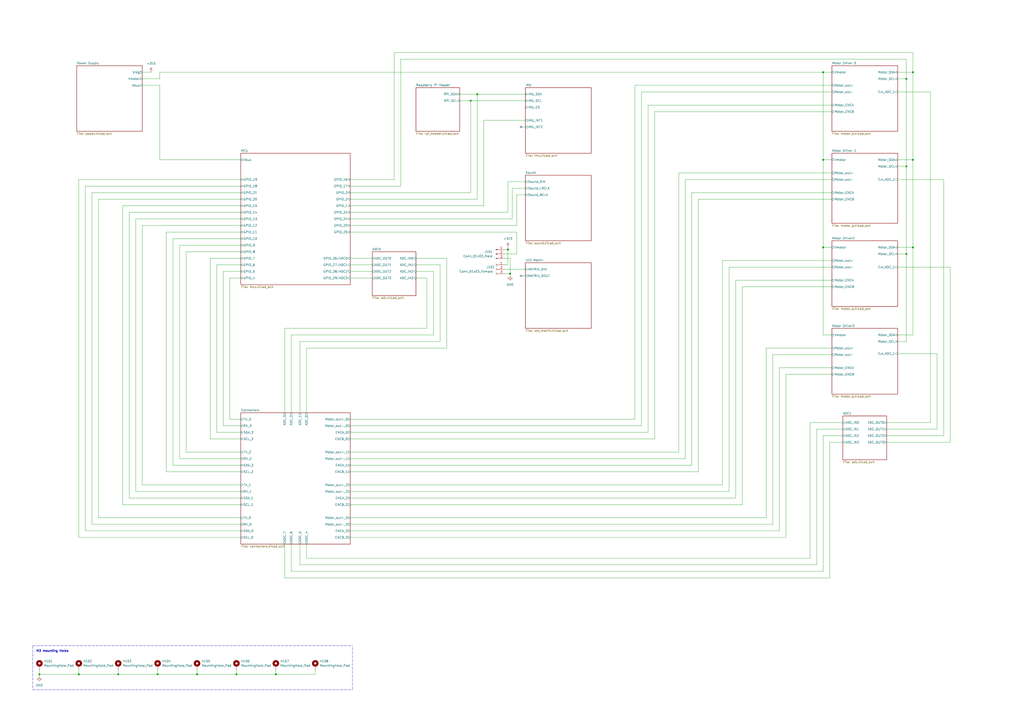
<source format=kicad_sch>
(kicad_sch (version 20211123) (generator eeschema)
  (paper "A2")
  (title_block (title "Thesis Proyect Luis Ernesto Fdez") (date "2022-03-17") (rev "A") (company "Universidad Autónoma de Querétaro") (comment 1 "external sensors and LEGO mechanical construction elements as educational equipment.") (comment 2 "Design implemets a replacement for the LEGO Mindstorms robot controllers for use with") (comment 3 "Distributed Open-source as: CC BY-SA 4.0"))
  (lib_symbols
    (symbol "Connector:Conn_01x03_Female" (pin_names (offset 1.016) hide)
      (property "Reference" "J" (at 0 5.08 0))
      (property "Value" "Conn_01x03_Female" (at 0 -5.08 0))
      (symbol "Conn_01x03_Female_1_1"
        (arc (start 0 -2.032) (mid -0.508 -2.54) (end 0 -3.048) (stroke (width 0.1524)))
        (polyline (pts (xy -1.27 -2.54) (xy -0.508 -2.54)) (stroke (width 0.1524)))
        (polyline (pts (xy -1.27 0) (xy -0.508 0)) (stroke (width 0.1524)))
        (polyline (pts (xy -1.27 2.54) (xy -0.508 2.54)) (stroke (width 0.1524)))
        (arc (start 0 0.508) (mid -0.508 0) (end 0 -0.508) (stroke (width 0.1524)))
        (arc (start 0 3.048) (mid -0.508 2.54) (end 0 2.032) (stroke (width 0.1524)))
        (pin passive line (at -5.08 2.54 0) (length 3.81) (name "Pin_1") (number "1"))
        (pin passive line (at -5.08 0 0) (length 3.81) (name "Pin_2") (number "2"))
        (pin passive line (at -5.08 -2.54 0) (length 3.81) (name "Pin_3") (number "3"))
      )
    )
    (symbol "Connector:Conn_01x03_Male" (pin_names (offset 1.016) hide)
      (property "Reference" "J" (at 0 5.08 0))
      (property "Value" "Conn_01x03_Male" (at 0 -5.08 0))
      (symbol "Conn_01x03_Male_1_1"
        (polyline (pts (xy 1.27 -2.54) (xy 0.8636 -2.54)) (stroke (width 0.1524)))
        (polyline (pts (xy 1.27 0) (xy 0.8636 0)) (stroke (width 0.1524)))
        (polyline (pts (xy 1.27 2.54) (xy 0.8636 2.54)) (stroke (width 0.1524)))
        (rectangle (start 0.8636 -2.413) (end 0 -2.667) (stroke (width 0.1524)) (fill (type outline)))
        (rectangle (start 0.8636 0.127) (end 0 -0.127) (stroke (width 0.1524)) (fill (type outline)))
        (rectangle (start 0.8636 2.667) (end 0 2.413) (stroke (width 0.1524)) (fill (type outline)))
        (pin passive line (at 5.08 2.54 180) (length 3.81) (name "Pin_1") (number "1"))
        (pin passive line (at 5.08 0 180) (length 3.81) (name "Pin_2") (number "2"))
        (pin passive line (at 5.08 -2.54 180) (length 3.81) (name "Pin_3") (number "3"))
      )
    )
    (symbol "Mechanical:MountingHole_Pad" (pin_numbers hide) (pin_names (offset 1.016) hide)
      (property "Reference" "H" (at 0 6.35 0))
      (property "Value" "MountingHole_Pad" (at 0 4.445 0))
      (symbol "MountingHole_Pad_0_1"
        (circle (center 0 1.27) (radius 1.27) (stroke (width 1.27)))
      )
      (symbol "MountingHole_Pad_1_1"
        (pin input line (at 0 -2.54 90) (length 2.54) (name "1") (number "1"))
      )
    )
    (symbol "power:+3.3V" (power) (pin_names (offset 0))
      (property "Value" "+3.3V" (at 0 3.556 0))
      (symbol "+3.3V_0_1"
        (polyline (pts (xy -0.762 1.27) (xy 0 2.54)))
        (polyline (pts (xy 0 0) (xy 0 2.54)))
        (polyline (pts (xy 0 2.54) (xy 0.762 1.27)))
      )
      (symbol "+3.3V_1_1"
        (pin power_in line (at 0 0 90) (length 0) hide (name "+3V3") (number "1"))
      )
    )
    (symbol "power:GND" (power) (pin_names (offset 0))
      (property "Value" "GND" (at 0 -3.81 0))
      (symbol "GND_0_1"
        (polyline (pts (xy 0 0) (xy 0 -1.27) (xy 1.27 -1.27) (xy 0 -2.54) (xy -1.27 -1.27) (xy 0 -1.27)))
      )
      (symbol "GND_1_1"
        (pin power_in line (at 0 0 270) (length 0) hide (name "GND") (number "1"))
      )
    )
  )
  (junction (at 525.78 147.32))
  (junction (at 295.91 158.75))
  (junction (at 477.52 41.91))
  (junction (at 525.78 45.72))
  (junction (at 529.59 143.51))
  (junction (at 276.86 54.61))
  (junction (at 273.05 58.42))
  (junction (at 45.72 391.16))
  (junction (at 477.52 92.71))
  (junction (at 529.59 92.71))
  (junction (at 68.58 391.16))
  (junction (at 22.86 391.16))
  (junction (at 137.16 391.16))
  (junction (at 160.02 391.16))
  (junction (at 525.78 96.52))
  (junction (at 294.64 144.78))
  (junction (at 91.44 391.16))
  (junction (at 114.3 391.16))
  (junction (at 477.52 143.51))
  (junction (at 529.59 41.91))
  (no_connect (at 302.26 73.66))
  (no_connect (at 302.26 160.02))
  (wire (pts (xy 292.735 149.86) (xy 295.91 149.86)))
  (wire (pts (xy 133.35 243.205) (xy 139.7 243.205)))
  (wire (pts (xy 477.52 194.31) (xy 482.6 194.31)))
  (wire (pts (xy 139.7 149.86) (xy 121.92 149.86)))
  (wire (pts (xy 232.41 34.29) (xy 525.78 34.29)))
  (wire (pts (xy 452.12 213.36) (xy 482.6 213.36)))
  (wire (pts (xy 266.7 58.42) (xy 273.05 58.42)))
  (wire (pts (xy 368.3 243.205) (xy 368.3 49.53)))
  (wire (pts (xy 488.95 245.11) (xy 469.9 245.11)))
  (wire (pts (xy 74.93 123.19) (xy 139.7 123.19)))
  (wire (pts (xy 525.78 45.72) (xy 520.7 45.72)))
  (wire (pts (xy 455.93 311.785) (xy 455.93 217.17)))
  (wire (pts (xy 203.2 115.57) (xy 276.86 115.57)))
  (wire (pts (xy 203.2 292.735) (xy 430.53 292.735)))
  (wire (pts (xy 139.7 111.76) (xy 53.34 111.76)))
  (wire (pts (xy 368.3 49.53) (xy 482.6 49.53)))
  (wire (pts (xy 82.55 130.81) (xy 82.55 281.305)))
  (wire (pts (xy 228.6 30.48) (xy 529.59 30.48)))
  (wire (pts (xy 401.32 111.76) (xy 482.6 111.76)))
  (wire (pts (xy 104.14 142.24) (xy 104.14 266.065)))
  (wire (pts (xy 444.5 201.93) (xy 482.6 201.93)))
  (wire (pts (xy 165.1 335.28) (xy 481.33 335.28)))
  (wire (pts (xy 129.54 157.48) (xy 129.54 247.015)))
  (wire (pts (xy 529.59 92.71) (xy 529.59 143.51)))
  (wire (pts (xy 49.53 107.95) (xy 139.7 107.95)))
  (wire (pts (xy 68.58 391.16) (xy 91.44 391.16)))
  (wire (pts (xy 280.67 119.38) (xy 280.67 69.85)))
  (wire (pts (xy 177.8 323.85) (xy 177.8 315.595)))
  (wire (pts (xy 520.7 96.52) (xy 525.78 96.52)))
  (wire (pts (xy 165.1 239.395) (xy 165.1 190.5)))
  (wire (pts (xy 45.72 388.62) (xy 45.72 391.16)))
  (wire (pts (xy 203.2 311.785) (xy 455.93 311.785)))
  (wire (pts (xy 232.41 34.29) (xy 232.41 107.95)))
  (wire (pts (xy 292.735 156.21) (xy 304.8 156.21)))
  (wire (pts (xy 448.31 205.74) (xy 482.6 205.74)))
  (wire (pts (xy 525.78 198.12) (xy 525.78 147.32)))
  (wire (pts (xy 182.88 388.62) (xy 182.88 391.16)))
  (wire (pts (xy 419.1 151.13) (xy 419.1 281.305)))
  (wire (pts (xy 551.18 154.94) (xy 551.18 256.54)))
  (wire (pts (xy 430.53 166.37) (xy 482.6 166.37)))
  (wire (pts (xy 525.78 147.32) (xy 525.78 96.52)))
  (wire (pts (xy 251.46 157.48) (xy 251.46 194.31)))
  (wire (pts (xy 203.2 149.86) (xy 215.9 149.86)))
  (wire (pts (xy 292.735 147.32) (xy 299.72 147.32)))
  (wire (pts (xy 137.16 388.62) (xy 137.16 391.16)))
  (wire (pts (xy 448.31 205.74) (xy 448.31 304.165)))
  (wire (pts (xy 276.86 54.61) (xy 304.8 54.61)))
  (wire (pts (xy 294.64 123.19) (xy 294.64 105.41)))
  (wire (pts (xy 477.52 331.47) (xy 168.91 331.47)))
  (wire (pts (xy 520.7 198.12) (xy 525.78 198.12)))
  (wire (pts (xy 203.2 281.305) (xy 419.1 281.305)))
  (wire (pts (xy 482.6 60.96) (xy 375.92 60.96)))
  (wire (pts (xy 91.44 388.62) (xy 91.44 391.16)))
  (wire (pts (xy 397.51 104.14) (xy 482.6 104.14)))
  (polyline (pts (xy 19.05 400.05) (xy 204.47 400.05)))
  (wire (pts (xy 168.91 239.395) (xy 168.91 194.31)))
  (wire (pts (xy 203.2 288.925) (xy 426.72 288.925)))
  (wire (pts (xy 228.6 30.48) (xy 228.6 104.14)))
  (wire (pts (xy 173.99 327.66) (xy 473.71 327.66)))
  (wire (pts (xy 203.2 107.95) (xy 232.41 107.95)))
  (wire (pts (xy 430.53 166.37) (xy 430.53 292.735)))
  (wire (pts (xy 469.9 323.85) (xy 177.8 323.85)))
  (wire (pts (xy 45.72 391.16) (xy 68.58 391.16)))
  (wire (pts (xy 92.71 41.91) (xy 477.52 41.91)))
  (wire (pts (xy 203.2 130.81) (xy 299.72 130.81)))
  (polyline (pts (xy 19.05 374.65) (xy 19.05 400.05)))
  (wire (pts (xy 139.7 157.48) (xy 129.54 157.48)))
  (wire (pts (xy 547.37 104.14) (xy 520.7 104.14)))
  (wire (pts (xy 57.15 115.57) (xy 57.15 300.355)))
  (wire (pts (xy 71.12 119.38) (xy 71.12 292.735)))
  (wire (pts (xy 375.92 60.96) (xy 375.92 250.825)))
  (wire (pts (xy 266.7 54.61) (xy 276.86 54.61)))
  (wire (pts (xy 133.35 161.29) (xy 139.7 161.29)))
  (wire (pts (xy 133.35 161.29) (xy 133.35 243.205)))
  (wire (pts (xy 426.72 162.56) (xy 482.6 162.56)))
  (wire (pts (xy 203.2 254.635) (xy 379.73 254.635)))
  (wire (pts (xy 520.7 92.71) (xy 529.59 92.71)))
  (wire (pts (xy 482.6 92.71) (xy 477.52 92.71)))
  (wire (pts (xy 203.2 134.62) (xy 299.72 134.62)))
  (wire (pts (xy 203.2 153.67) (xy 215.9 153.67)))
  (wire (pts (xy 551.18 256.54) (xy 514.35 256.54)))
  (wire (pts (xy 203.2 273.685) (xy 405.13 273.685)))
  (wire (pts (xy 405.13 115.57) (xy 405.13 273.685)))
  (wire (pts (xy 173.99 198.12) (xy 255.27 198.12)))
  (wire (pts (xy 525.78 34.29) (xy 525.78 45.72)))
  (wire (pts (xy 92.71 49.53) (xy 92.71 92.71)))
  (wire (pts (xy 299.72 113.03) (xy 299.72 130.81)))
  (wire (pts (xy 177.8 201.93) (xy 259.08 201.93)))
  (wire (pts (xy 477.52 252.73) (xy 477.52 331.47)))
  (wire (pts (xy 82.55 130.81) (xy 139.7 130.81)))
  (wire (pts (xy 280.67 69.85) (xy 304.8 69.85)))
  (wire (pts (xy 22.86 391.16) (xy 45.72 391.16)))
  (wire (pts (xy 107.95 146.05) (xy 139.7 146.05)))
  (wire (pts (xy 92.71 92.71) (xy 139.7 92.71)))
  (wire (pts (xy 393.7 100.33) (xy 393.7 262.255)))
  (wire (pts (xy 405.13 115.57) (xy 482.6 115.57)))
  (wire (pts (xy 168.91 194.31) (xy 251.46 194.31)))
  (wire (pts (xy 255.27 153.67) (xy 255.27 198.12)))
  (wire (pts (xy 529.59 30.48) (xy 529.59 41.91)))
  (wire (pts (xy 173.99 198.12) (xy 173.99 239.395)))
  (wire (pts (xy 165.1 190.5) (xy 247.65 190.5)))
  (wire (pts (xy 292.735 158.75) (xy 295.91 158.75)))
  (wire (pts (xy 452.12 213.36) (xy 452.12 307.975)))
  (wire (pts (xy 247.65 161.29) (xy 247.65 190.5)))
  (wire (pts (xy 473.71 248.92) (xy 488.95 248.92)))
  (wire (pts (xy 121.92 149.86) (xy 121.92 254.635)))
  (wire (pts (xy 302.26 73.66) (xy 304.8 73.66)))
  (wire (pts (xy 203.2 161.29) (xy 215.9 161.29)))
  (wire (pts (xy 241.3 153.67) (xy 255.27 153.67)))
  (wire (pts (xy 71.12 292.735) (xy 139.7 292.735)))
  (wire (pts (xy 469.9 245.11) (xy 469.9 323.85)))
  (wire (pts (xy 177.8 239.395) (xy 177.8 201.93)))
  (wire (pts (xy 74.93 123.19) (xy 74.93 288.925)))
  (wire (pts (xy 455.93 217.17) (xy 482.6 217.17)))
  (wire (pts (xy 137.16 391.16) (xy 160.02 391.16)))
  (wire (pts (xy 203.2 285.115) (xy 422.91 285.115)))
  (wire (pts (xy 100.33 138.43) (xy 100.33 269.875)))
  (wire (pts (xy 426.72 162.56) (xy 426.72 288.925)))
  (wire (pts (xy 203.2 250.825) (xy 375.92 250.825)))
  (wire (pts (xy 401.32 111.76) (xy 401.32 269.875)))
  (wire (pts (xy 45.72 104.14) (xy 45.72 311.785)))
  (wire (pts (xy 520.7 154.94) (xy 551.18 154.94)))
  (wire (pts (xy 520.7 53.34) (xy 539.75 53.34)))
  (wire (pts (xy 514.35 252.73) (xy 547.37 252.73)))
  (polyline (pts (xy 19.05 374.65) (xy 204.47 374.65)))
  (wire (pts (xy 304.8 113.03) (xy 299.72 113.03)))
  (wire (pts (xy 82.55 41.91) (xy 87.63 41.91)))
  (wire (pts (xy 422.91 154.94) (xy 482.6 154.94)))
  (wire (pts (xy 302.26 160.02) (xy 304.8 160.02)))
  (wire (pts (xy 520.7 143.51) (xy 529.59 143.51)))
  (wire (pts (xy 419.1 151.13) (xy 482.6 151.13)))
  (wire (pts (xy 92.71 41.91) (xy 92.71 45.72)))
  (wire (pts (xy 125.73 250.825) (xy 139.7 250.825)))
  (wire (pts (xy 259.08 149.86) (xy 259.08 201.93)))
  (wire (pts (xy 397.51 266.065) (xy 397.51 104.14)))
  (wire (pts (xy 297.18 109.22) (xy 297.18 127)))
  (wire (pts (xy 520.7 205.105) (xy 543.56 205.105)))
  (wire (pts (xy 121.92 254.635) (xy 139.7 254.635)))
  (wire (pts (xy 295.91 158.75) (xy 295.91 160.02)))
  (wire (pts (xy 241.3 157.48) (xy 251.46 157.48)))
  (wire (pts (xy 444.5 201.93) (xy 444.5 300.355)))
  (wire (pts (xy 393.7 100.33) (xy 482.6 100.33)))
  (wire (pts (xy 114.3 391.16) (xy 137.16 391.16)))
  (wire (pts (xy 297.18 109.22) (xy 304.8 109.22)))
  (wire (pts (xy 139.7 134.62) (xy 96.52 134.62)))
  (wire (pts (xy 49.53 307.975) (xy 139.7 307.975)))
  (wire (pts (xy 139.7 142.24) (xy 104.14 142.24)))
  (wire (pts (xy 422.91 285.115) (xy 422.91 154.94)))
  (wire (pts (xy 203.2 104.14) (xy 228.6 104.14)))
  (wire (pts (xy 91.44 391.16) (xy 114.3 391.16)))
  (wire (pts (xy 203.2 304.165) (xy 448.31 304.165)))
  (wire (pts (xy 477.52 143.51) (xy 477.52 194.31)))
  (wire (pts (xy 539.75 53.34) (xy 539.75 245.11)))
  (wire (pts (xy 543.56 205.105) (xy 543.56 248.92)))
  (wire (pts (xy 203.2 247.015) (xy 372.11 247.015)))
  (wire (pts (xy 543.56 248.92) (xy 514.35 248.92)))
  (wire (pts (xy 203.2 123.19) (xy 294.64 123.19)))
  (wire (pts (xy 203.2 269.875) (xy 401.32 269.875)))
  (wire (pts (xy 482.6 53.34) (xy 372.11 53.34)))
  (wire (pts (xy 139.7 127) (xy 78.74 127)))
  (wire (pts (xy 294.64 143.51) (xy 294.64 144.78)))
  (wire (pts (xy 45.72 311.785) (xy 139.7 311.785)))
  (wire (pts (xy 273.05 58.42) (xy 273.05 111.76)))
  (wire (pts (xy 160.02 388.62) (xy 160.02 391.16)))
  (wire (pts (xy 125.73 153.67) (xy 125.73 250.825)))
  (wire (pts (xy 173.99 315.595) (xy 173.99 327.66)))
  (wire (pts (xy 481.33 256.54) (xy 488.95 256.54)))
  (wire (pts (xy 165.1 315.595) (xy 165.1 335.28)))
  (wire (pts (xy 22.86 388.62) (xy 22.86 391.16)))
  (wire (pts (xy 203.2 262.255) (xy 393.7 262.255)))
  (wire (pts (xy 203.2 307.975) (xy 452.12 307.975)))
  (wire (pts (xy 100.33 138.43) (xy 139.7 138.43)))
  (wire (pts (xy 477.52 41.91) (xy 482.6 41.91)))
  (wire (pts (xy 168.91 331.47) (xy 168.91 315.595)))
  (wire (pts (xy 71.12 119.38) (xy 139.7 119.38)))
  (wire (pts (xy 57.15 300.355) (xy 139.7 300.355)))
  (wire (pts (xy 96.52 273.685) (xy 139.7 273.685)))
  (wire (pts (xy 481.33 335.28) (xy 481.33 256.54)))
  (wire (pts (xy 520.7 41.91) (xy 529.59 41.91)))
  (wire (pts (xy 96.52 134.62) (xy 96.52 273.685)))
  (wire (pts (xy 82.55 49.53) (xy 92.71 49.53)))
  (wire (pts (xy 477.52 41.91) (xy 477.52 92.71)))
  (wire (pts (xy 203.2 157.48) (xy 215.9 157.48)))
  (wire (pts (xy 82.55 45.72) (xy 92.71 45.72)))
  (wire (pts (xy 53.34 304.165) (xy 139.7 304.165)))
  (wire (pts (xy 372.11 53.34) (xy 372.11 247.015)))
  (wire (pts (xy 78.74 127) (xy 78.74 285.115)))
  (wire (pts (xy 525.78 96.52) (xy 525.78 45.72)))
  (wire (pts (xy 82.55 281.305) (xy 139.7 281.305)))
  (wire (pts (xy 107.95 146.05) (xy 107.95 262.255)))
  (wire (pts (xy 203.2 119.38) (xy 280.67 119.38)))
  (wire (pts (xy 68.58 388.62) (xy 68.58 391.16)))
  (wire (pts (xy 547.37 104.14) (xy 547.37 252.73)))
  (wire (pts (xy 294.64 144.78) (xy 292.735 144.78)))
  (wire (pts (xy 295.91 149.86) (xy 295.91 158.75)))
  (wire (pts (xy 294.64 105.41) (xy 304.8 105.41)))
  (wire (pts (xy 294.64 153.67) (xy 294.64 144.78)))
  (wire (pts (xy 49.53 107.95) (xy 49.53 307.975)))
  (wire (pts (xy 160.02 391.16) (xy 182.88 391.16)))
  (polyline (pts (xy 204.47 400.05) (xy 204.47 374.65)))
  (wire (pts (xy 520.7 194.31) (xy 529.59 194.31)))
  (wire (pts (xy 78.74 285.115) (xy 139.7 285.115)))
  (wire (pts (xy 482.6 143.51) (xy 477.52 143.51)))
  (wire (pts (xy 299.72 147.32) (xy 299.72 134.62)))
  (wire (pts (xy 276.86 54.61) (xy 276.86 115.57)))
  (wire (pts (xy 203.2 266.065) (xy 397.51 266.065)))
  (wire (pts (xy 203.2 300.355) (xy 444.5 300.355)))
  (wire (pts (xy 520.7 147.32) (xy 525.78 147.32)))
  (wire (pts (xy 477.52 92.71) (xy 477.52 143.51)))
  (wire (pts (xy 45.72 104.14) (xy 139.7 104.14)))
  (wire (pts (xy 203.2 243.205) (xy 368.3 243.205)))
  (wire (pts (xy 488.95 252.73) (xy 477.52 252.73)))
  (wire (pts (xy 114.3 388.62) (xy 114.3 391.16)))
  (wire (pts (xy 241.3 149.86) (xy 259.08 149.86)))
  (wire (pts (xy 100.33 269.875) (xy 139.7 269.875)))
  (wire (pts (xy 514.35 245.11) (xy 539.75 245.11)))
  (wire (pts (xy 473.71 327.66) (xy 473.71 248.92)))
  (wire (pts (xy 203.2 111.76) (xy 273.05 111.76)))
  (wire (pts (xy 529.59 41.91) (xy 529.59 92.71)))
  (wire (pts (xy 53.34 111.76) (xy 53.34 304.165)))
  (wire (pts (xy 273.05 58.42) (xy 304.8 58.42)))
  (wire (pts (xy 379.73 64.77) (xy 379.73 254.635)))
  (wire (pts (xy 292.735 153.67) (xy 294.64 153.67)))
  (wire (pts (xy 104.14 266.065) (xy 139.7 266.065)))
  (wire (pts (xy 74.93 288.925) (xy 139.7 288.925)))
  (wire (pts (xy 203.2 127) (xy 297.18 127)))
  (wire (pts (xy 379.73 64.77) (xy 482.6 64.77)))
  (wire (pts (xy 22.86 391.16) (xy 22.86 392.43)))
  (wire (pts (xy 107.95 262.255) (xy 139.7 262.255)))
  (wire (pts (xy 241.3 161.29) (xy 247.65 161.29)))
  (wire (pts (xy 125.73 153.67) (xy 139.7 153.67)))
  (wire (pts (xy 57.15 115.57) (xy 139.7 115.57)))
  (wire (pts (xy 529.59 143.51) (xy 529.59 194.31)))
  (wire (pts (xy 129.54 247.015) (xy 139.7 247.015)))
  (text "M3 mounting Holes" (at 20.955 378.46 0) (effects (font (size 1.27 1.27) bold) (justify left bottom)))
  (symbol (lib_id "Mechanical:MountingHole_Pad") (at 22.86 386.08 0) (unit 1)
    (property "Reference" "H101" (at 25.4 383.5399 0) (effects (justify left)))
    (property "Value" "MountingHole_Pad" (at 25.4 386.0799 0) (effects (justify left)))
    (property "Footprint" "MountingHole:MountingHole_3.2mm_M3_Pad_Via" (effects hide))
  )
  (symbol (lib_id "power:+3.3V") (at 294.64 143.51 0) (unit 1)
    (property "Reference" "#PWR0103" (effects hide))
    (property "Value" "+3.3V" (at 294.64 138.43 0))
  )
  (symbol (lib_id "Mechanical:MountingHole_Pad") (at 114.3 386.08 0) (unit 1)
    (property "Reference" "H105" (at 116.84 383.5399 0) (effects (justify left)))
    (property "Value" "MountingHole_Pad" (at 116.84 386.0799 0) (effects (justify left)))
    (property "Footprint" "MountingHole:MountingHole_3.2mm_M3_Pad_Via" (effects hide))
  )
  (symbol (lib_id "Mechanical:MountingHole_Pad") (at 137.16 386.08 0) (unit 1)
    (property "Reference" "H106" (at 139.7 383.5399 0) (effects (justify left)))
    (property "Value" "MountingHole_Pad" (at 139.7 386.0799 0) (effects (justify left)))
    (property "Footprint" "MountingHole:MountingHole_3.2mm_M3_Pad_Via" (effects hide))
  )
  (symbol (lib_id "power:GND") (at 295.91 160.02 0) (unit 1)
    (property "Reference" "#PWR0104" (effects hide))
    (property "Value" "GND" (at 295.91 165.1 0))
  )
  (symbol (lib_id "Mechanical:MountingHole_Pad") (at 91.44 386.08 0) (unit 1)
    (property "Reference" "H104" (at 93.98 383.5399 0) (effects (justify left)))
    (property "Value" "MountingHole_Pad" (at 93.98 386.0799 0) (effects (justify left)))
    (property "Footprint" "MountingHole:MountingHole_3.2mm_M3_Pad_Via" (effects hide))
  )
  (symbol (lib_id "Mechanical:MountingHole_Pad") (at 160.02 386.08 0) (unit 1)
    (property "Reference" "H107" (at 162.56 383.5399 0) (effects (justify left)))
    (property "Value" "MountingHole_Pad" (at 162.56 386.0799 0) (effects (justify left)))
    (property "Footprint" "MountingHole:MountingHole_3.2mm_M3_Pad_Via" (effects hide))
  )
  (symbol (lib_id "Connector:Conn_01x03_Female") (at 287.655 156.21 0) (mirror y) (unit 1)
    (property "Reference" "J102" (at 284.48 154.94 0))
    (property "Value" "Conn_01x03_Female" (at 276.225 157.48 0))
    (property "Footprint" "Connector_PinSocket_2.54mm:PinSocket_1x03_P2.54mm_Vertical" (effects hide))
  )
  (symbol (lib_id "Mechanical:MountingHole_Pad") (at 68.58 386.08 0) (unit 1)
    (property "Reference" "H103" (at 71.12 383.5399 0) (effects (justify left)))
    (property "Value" "MountingHole_Pad" (at 71.12 386.0799 0) (effects (justify left)))
    (property "Footprint" "MountingHole:MountingHole_3.2mm_M3_Pad_Via" (effects hide))
  )
  (symbol (lib_id "power:GND") (at 22.86 392.43 0) (unit 1)
    (property "Reference" "#PWR0102" (effects hide))
    (property "Value" "GND" (at 22.86 397.51 0))
  )
  (symbol (lib_id "Connector:Conn_01x03_Male") (at 287.655 147.32 0) (unit 1)
    (property "Reference" "J101" (at 285.75 146.0499 0) (effects (justify right)))
    (property "Value" "Conn_01x03_Male" (at 285.75 148.5899 0) (effects (justify right)))
    (property "Footprint" "Connector_PinHeader_2.54mm:PinHeader_1x03_P2.54mm_Vertical" (effects hide))
  )
  (symbol (lib_id "power:+3.3V") (at 87.63 41.91 0) (unit 1)
    (property "Reference" "#PWR0101" (effects hide))
    (property "Value" "+3.3V" (at 87.63 36.83 0))
  )
  (symbol (lib_id "Mechanical:MountingHole_Pad") (at 182.88 386.08 0) (unit 1)
    (property "Reference" "H108" (at 185.42 383.5399 0) (effects (justify left)))
    (property "Value" "MountingHole_Pad" (at 185.42 386.0799 0) (effects (justify left)))
    (property "Footprint" "MountingHole:MountingHole_3.2mm_M3_Pad_Via" (effects hide))
  )
  (symbol (lib_id "Mechanical:MountingHole_Pad") (at 45.72 386.08 0) (unit 1)
    (property "Reference" "H102" (at 48.26 383.5399 0) (effects (justify left)))
    (property "Value" "MountingHole_Pad" (at 48.26 386.0799 0) (effects (justify left)))
    (property "Footprint" "MountingHole:MountingHole_3.2mm_M3_Pad_Via" (effects hide))
  )
  (sheet (at 304.8 152.4) (size 38.1 38.1) (stroke (width 0.1524))
    (property "Sheet name" "LED Matrix" (at 304.8 151.6884 0) (effects (justify left bottom)))
    (property "Sheet file" "led_matrix.kicad_sch" (at 304.8 191.0846 0) (effects (justify left top)))
    (pin "MATRIX_DIN" input (at 304.8 156.21 180))
    (pin "MATRIX_DOUT" output (at 304.8 160.02 180))
  )
  (sheet (at 44.45 38.1) (size 38.1 38.1) (stroke (width 0.1524))
    (property "Sheet name" "Power Supply" (at 44.45 37.3884 0) (effects (justify left bottom)))
    (property "Sheet file" "power.kicad_sch" (at 44.45 76.7846 0) (effects (justify left top)))
    (pin "Vmotor" output (at 82.55 45.72 0))
    (pin "Vreg" output (at 82.55 41.91 0))
    (pin "Vbus" input (at 82.55 49.53 0))
  )
  (sheet (at 304.8 101.6) (size 38.1 38.1) (stroke (width 0.1524))
    (property "Sheet name" "Sound" (at 304.8 100.8884 0) (effects (justify left bottom)))
    (property "Sheet file" "sound.kicad_sch" (at 304.8 140.2846 0) (effects (justify left top)))
    (pin "Sound_DIN" input (at 304.8 105.41 180))
    (pin "Sound_LRCLK" input (at 304.8 109.22 180))
    (pin "Sound_BCLK" input (at 304.8 113.03 180))
  )
  (sheet (at 304.8 50.8) (size 38.1 38.1) (stroke (width 0.1524))
    (property "Sheet name" "IMU" (at 304.8 50.0884 0) (effects (justify left bottom)))
    (property "Sheet file" "imu.kicad_sch" (at 304.8 89.4846 0) (effects (justify left top)))
    (pin "IMU_INT1" output (at 304.8 69.85 180))
    (pin "IMU_INT2" output (at 304.8 73.66 180))
    (pin "IMU_SDA" bidirectional (at 304.8 54.61 180))
    (pin "IMU_CS" input (at 304.8 62.23 180))
    (pin "IMU_SCL" bidirectional (at 304.8 58.42 180))
  )
  (sheet (at 482.6 139.7) (size 38.1 38.1) (stroke (width 0.1524))
    (property "Sheet name" "Motor Driver2" (at 482.6 138.9884 0) (effects (justify left bottom)))
    (property "Sheet file" "motor_a.kicad_sch" (at 482.6 178.3846 0) (effects (justify left top)))
    (pin "Motor_ENCB" input (at 482.6 166.37 180))
    (pin "Motor_ENCA" input (at 482.6 162.56 180))
    (pin "Vmotor" input (at 482.6 143.51 180))
    (pin "Motor_out+" output (at 482.6 151.13 180))
    (pin "Motor_out-" output (at 482.6 154.94 180))
    (pin "Motor_SDA" bidirectional (at 520.7 143.51 0))
    (pin "Motor_SCL" bidirectional (at 520.7 147.32 0))
    (pin "Ext_ADC_1" input (at 520.7 154.94 0))
  )
  (sheet (at 482.6 38.1) (size 38.1 38.1) (stroke (width 0.1524))
    (property "Sheet name" "Motor Driver 0" (at 482.6 37.3884 0) (effects (justify left bottom)))
    (property "Sheet file" "motor_b.kicad_sch" (at 482.6 76.7846 0) (effects (justify left top)))
    (pin "Motor_ENCB" input (at 482.6 64.77 180))
    (pin "Motor_ENCA" input (at 482.6 60.96 180))
    (pin "Vmotor" input (at 482.6 41.91 180))
    (pin "Motor_out+" output (at 482.6 49.53 180))
    (pin "Motor_out-" output (at 482.6 53.34 180))
    (pin "Motor_SDA" bidirectional (at 520.7 41.91 0))
    (pin "Motor_SCL" bidirectional (at 520.7 45.72 0))
    (pin "Ext_ADC_1" input (at 520.7 53.34 0))
  )
  (sheet (at 241.3 50.8) (size 25.4 25.4) (stroke (width 0.1524))
    (property "Sheet name" "Raspberry Pi Header" (at 241.3 50.0884 0) (effects (justify left bottom)))
    (property "Sheet file" "rpi_header.kicad_sch" (at 241.3 76.7846 0) (effects (justify left top)))
    (pin "RPI_SDA" bidirectional (at 266.7 54.61 0))
    (pin "RPI_SCL" bidirectional (at 266.7 58.42 0))
  )
  (sheet (at 482.6 190.5) (size 38.1 38.1) (stroke (width 0.1524))
    (property "Sheet name" "Motor Driver3" (at 482.6 189.7884 0) (effects (justify left bottom)))
    (property "Sheet file" "motor_a.kicad_sch" (at 482.6 229.1846 0) (effects (justify left top)))
    (pin "Motor_ENCB" input (at 482.6 217.17 180))
    (pin "Motor_ENCA" input (at 482.6 213.36 180))
    (pin "Vmotor" input (at 482.6 194.31 180))
    (pin "Motor_out+" output (at 482.6 201.93 180))
    (pin "Motor_out-" output (at 482.6 205.74 180))
    (pin "Motor_SDA" bidirectional (at 520.7 194.31 0))
    (pin "Motor_SCL" bidirectional (at 520.7 198.12 0))
    (pin "Ext_ADC_1" input (at 520.7 205.105 0))
  )
  (sheet (at 139.7 239.395) (size 63.5 76.2) (stroke (width 0.1524))
    (property "Sheet name" "Connectors" (at 139.7 238.6834 0) (effects (justify left bottom)))
    (property "Sheet file" "connectors.kicad_sch" (at 139.7 316.1796 0) (effects (justify left top)))
    (pin "Motor_out+_1" output (at 203.2 262.255 0))
    (pin "Motor_out-_1" output (at 203.2 266.065 0))
    (pin "ENCA_1" output (at 203.2 269.875 0))
    (pin "ADC_1" output (at 173.99 239.395 90))
    (pin "ENCB_1" output (at 203.2 273.685 0))
    (pin "SDA_0" bidirectional (at 139.7 307.975 180))
    (pin "RX_0" output (at 139.7 304.165 180))
    (pin "TX_0" input (at 139.7 300.355 180))
    (pin "SCL_0" bidirectional (at 139.7 311.785 180))
    (pin "RX_2" output (at 139.7 266.065 180))
    (pin "TX_2" input (at 139.7 262.255 180))
    (pin "SCL_2" bidirectional (at 139.7 273.685 180))
    (pin "SDA_2" bidirectional (at 139.7 269.875 180))
    (pin "SCL_3" bidirectional (at 139.7 254.635 180))
    (pin "SDA_3" bidirectional (at 139.7 250.825 180))
    (pin "ADC_3" output (at 165.1 239.395 90))
    (pin "RX_3" output (at 139.7 247.015 180))
    (pin "TX_3" input (at 139.7 243.205 180))
    (pin "ENCA_3" output (at 203.2 307.975 0))
    (pin "ENCB_3" output (at 203.2 311.785 0))
    (pin "ADC_0" output (at 177.8 239.395 90))
    (pin "ENCA_0" output (at 203.2 250.825 0))
    (pin "Motor_out-_0" output (at 203.2 247.015 0))
    (pin "Motor_out+_0" output (at 203.2 243.205 0))
    (pin "ENCB_0" output (at 203.2 254.635 0))
    (pin "Motor_out-_2" output (at 203.2 285.115 0))
    (pin "Motor_out+_2" output (at 203.2 281.305 0))
    (pin "ENCA_2" output (at 203.2 288.925 0))
    (pin "ENCB_2" output (at 203.2 292.735 0))
    (pin "ADC_2" output (at 168.91 239.395 90))
    (pin "Motor_out+_3" output (at 203.2 300.355 0))
    (pin "Motor_out-_3" output (at 203.2 304.165 0))
    (pin "SCL_1" bidirectional (at 139.7 292.735 180))
    (pin "SDA_1" bidirectional (at 139.7 288.925 180))
    (pin "RX_1" output (at 139.7 285.115 180))
    (pin "TX_1" input (at 139.7 281.305 180))
    (pin "ADC_6" output (at 168.91 315.595 270))
    (pin "ADC_7" output (at 165.1 315.595 270))
    (pin "ADC_5" output (at 173.99 315.595 270))
    (pin "ADC_4" output (at 177.8 315.595 270))
  )
  (sheet (at 482.6 88.9) (size 38.1 40.64) (stroke (width 0.1524))
    (property "Sheet name" "Motor Driver 1" (at 482.6 88.1884 0) (effects (justify left bottom)))
    (property "Sheet file" "motor_b.kicad_sch" (at 482.6 130.1246 0) (effects (justify left top)))
    (pin "Motor_ENCB" input (at 482.6 115.57 180))
    (pin "Motor_ENCA" input (at 482.6 111.76 180))
    (pin "Vmotor" input (at 482.6 92.71 180))
    (pin "Motor_out+" output (at 482.6 100.33 180))
    (pin "Motor_out-" output (at 482.6 104.14 180))
    (pin "Motor_SDA" bidirectional (at 520.7 92.71 0))
    (pin "Motor_SCL" bidirectional (at 520.7 96.52 0))
    (pin "Ext_ADC_1" input (at 520.7 104.14 0))
  )
  (sheet (at 215.9 146.05) (size 25.4 25.4) (stroke (width 0.1524))
    (property "Sheet name" "ADC0" (at 215.9 145.3384 0) (effects (justify left bottom)))
    (property "Sheet file" "adc.kicad_sch" (at 215.9 172.0346 0) (effects (justify left top)))
    (pin "ADC_OUT0" output (at 215.9 149.86 180))
    (pin "ADC_IN0" input (at 241.3 149.86 0))
    (pin "ADC_OUT1" output (at 215.9 153.67 180))
    (pin "ADC_IN1" input (at 241.3 153.67 0))
    (pin "ADC_IN3" input (at 241.3 161.29 0))
    (pin "ADC_OUT3" output (at 215.9 161.29 180))
    (pin "ADC_IN2" input (at 241.3 157.48 0))
    (pin "ADC_OUT2" output (at 215.9 157.48 180))
  )
  (sheet (at 139.7 88.9) (size 63.5 76.2) (stroke (width 0.1524))
    (property "Sheet name" "MCU" (at 139.7 88.1884 0) (effects (justify left bottom)))
    (property "Sheet file" "mcu.kicad_sch" (at 139.7 165.6846 0) (effects (justify left top)))
    (pin "Vbus" output (at 139.7 92.71 180))
    (pin "GPIO_15" bidirectional (at 139.7 119.38 180))
    (pin "GPIO_16" bidirectional (at 203.2 104.14 0))
    (pin "GPIO_17" bidirectional (at 203.2 107.95 0))
    (pin "GPIO_19" bidirectional (at 139.7 104.14 180))
    (pin "GPIO_18" bidirectional (at 139.7 107.95 180))
    (pin "GPIO_22" bidirectional (at 203.2 123.19 0))
    (pin "GPIO_21" bidirectional (at 139.7 111.76 180))
    (pin "GPIO_20" bidirectional (at 139.7 115.57 180))
    (pin "GPIO_23" bidirectional (at 203.2 130.81 0))
    (pin "GPIO_24" bidirectional (at 203.2 127 0))
    (pin "GPIO_26{slash}ADC0" input (at 203.2 149.86 0))
    (pin "GPIO_27{slash}ADC1" input (at 203.2 153.67 0))
    (pin "GPIO_28{slash}ADC2" input (at 203.2 157.48 0))
    (pin "GPIO_29{slash}ADC3" input (at 203.2 161.29 0))
    (pin "GPIO_1" bidirectional (at 203.2 119.38 0))
    (pin "GPIO_2" bidirectional (at 203.2 115.57 0))
    (pin "GPIO_3" bidirectional (at 203.2 111.76 0))
    (pin "GPIO_4" bidirectional (at 139.7 161.29 180))
    (pin "GPIO_5" bidirectional (at 139.7 157.48 180))
    (pin "GPIO_6" bidirectional (at 139.7 153.67 180))
    (pin "GPIO_7" bidirectional (at 139.7 149.86 180))
    (pin "GPIO_8" bidirectional (at 139.7 146.05 180))
    (pin "GPIO_9" bidirectional (at 139.7 142.24 180))
    (pin "GPIO_10" bidirectional (at 139.7 138.43 180))
    (pin "GPIO_11" bidirectional (at 139.7 134.62 180))
    (pin "GPIO_12" bidirectional (at 139.7 130.81 180))
    (pin "GPIO_13" bidirectional (at 139.7 127 180))
    (pin "GPIO_14" bidirectional (at 139.7 123.19 180))
    (pin "GPIO_25" bidirectional (at 203.2 134.62 0))
  )
  (sheet (at 488.95 241.3) (size 25.4 25.4) (stroke (width 0.1524))
    (property "Sheet name" "ADC1" (at 488.95 240.5884 0) (effects (justify left bottom)))
    (property "Sheet file" "adc.kicad_sch" (at 488.95 267.2846 0) (effects (justify left top)))
    (pin "ADC_OUT0" output (at 514.35 245.11 0))
    (pin "ADC_IN0" input (at 488.95 245.11 180))
    (pin "ADC_OUT1" output (at 514.35 248.92 0))
    (pin "ADC_IN1" input (at 488.95 248.92 180))
    (pin "ADC_IN3" input (at 488.95 256.54 180))
    (pin "ADC_OUT3" output (at 514.35 256.54 0))
    (pin "ADC_IN2" input (at 488.95 252.73 180))
    (pin "ADC_OUT2" output (at 514.35 252.73 0))
  )
)
</source>
